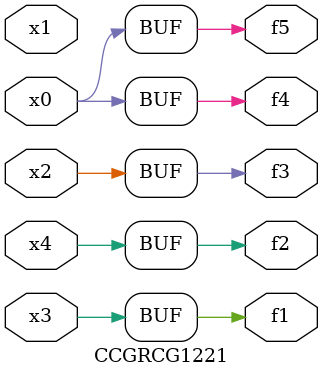
<source format=v>
module CCGRCG1221(
	input x0, x1, x2, x3, x4,
	output f1, f2, f3, f4, f5
);
	assign f1 = x3;
	assign f2 = x4;
	assign f3 = x2;
	assign f4 = x0;
	assign f5 = x0;
endmodule

</source>
